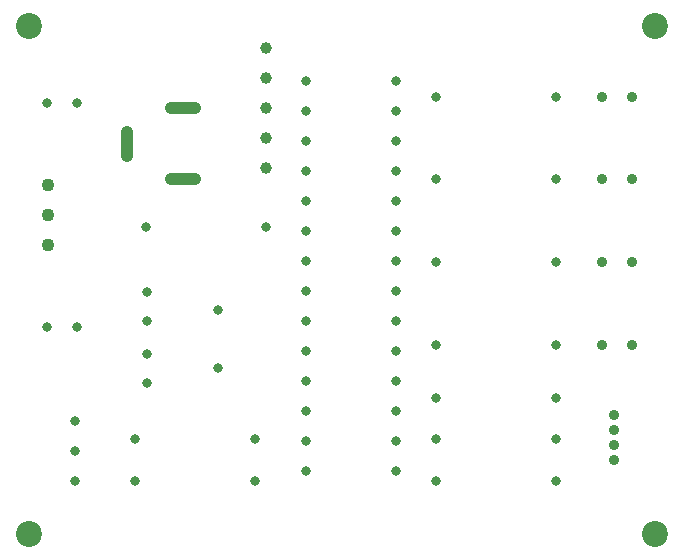
<source format=gbr>
%TF.GenerationSoftware,KiCad,Pcbnew,8.0.1*%
%TF.CreationDate,2024-05-04T21:14:04+05:30*%
%TF.ProjectId,avr-ir-remote-led-lamp,6176722d-6972-42d7-9265-6d6f74652d6c,rev?*%
%TF.SameCoordinates,Original*%
%TF.FileFunction,Plated,1,2,PTH,Mixed*%
%TF.FilePolarity,Positive*%
%FSLAX46Y46*%
G04 Gerber Fmt 4.6, Leading zero omitted, Abs format (unit mm)*
G04 Created by KiCad (PCBNEW 8.0.1) date 2024-05-04 21:14:04*
%MOMM*%
%LPD*%
G01*
G04 APERTURE LIST*
%TA.AperFunction,ComponentDrill*%
%ADD10C,0.800000*%
%TD*%
%TA.AperFunction,ComponentDrill*%
%ADD11C,0.900000*%
%TD*%
G04 aperture for slot hole*
%TA.AperFunction,ComponentDrill*%
%ADD12C,1.000000*%
%TD*%
%TA.AperFunction,ComponentDrill*%
%ADD13C,1.000000*%
%TD*%
%TA.AperFunction,ComponentDrill*%
%ADD14C,1.100000*%
%TD*%
%TA.AperFunction,ComponentDrill*%
%ADD15C,2.200000*%
%TD*%
G04 APERTURE END LIST*
D10*
%TO.C,C3*%
X110500000Y-80500000D03*
%TO.C,C1*%
X110500000Y-99500000D03*
%TO.C,IR1*%
X112875000Y-107460000D03*
X112875000Y-110000000D03*
X112875000Y-112540000D03*
%TO.C,C3*%
X113000000Y-80500000D03*
%TO.C,C1*%
X113000000Y-99500000D03*
%TO.C,R9*%
X117920000Y-109000000D03*
%TO.C,R8*%
X117920000Y-112500000D03*
%TO.C,R10*%
X118920000Y-91000000D03*
%TO.C,C4*%
X119000000Y-96500000D03*
X119000000Y-99000000D03*
%TO.C,C2*%
X119000000Y-101750000D03*
X119000000Y-104250000D03*
%TO.C,Y1*%
X125000000Y-98050000D03*
X125000000Y-102950000D03*
%TO.C,R9*%
X128080000Y-109000000D03*
%TO.C,R8*%
X128080000Y-112500000D03*
%TO.C,R10*%
X129080000Y-91000000D03*
%TO.C,U1*%
X132440000Y-78665000D03*
X132440000Y-81205000D03*
X132440000Y-83745000D03*
X132440000Y-86285000D03*
X132440000Y-88825000D03*
X132440000Y-91365000D03*
X132440000Y-93905000D03*
X132440000Y-96445000D03*
X132440000Y-98985000D03*
X132440000Y-101525000D03*
X132440000Y-104065000D03*
X132440000Y-106605000D03*
X132440000Y-109145000D03*
X132440000Y-111685000D03*
X140060000Y-78665000D03*
X140060000Y-81205000D03*
X140060000Y-83745000D03*
X140060000Y-86285000D03*
X140060000Y-88825000D03*
X140060000Y-91365000D03*
X140060000Y-93905000D03*
X140060000Y-96445000D03*
X140060000Y-98985000D03*
X140060000Y-101525000D03*
X140060000Y-104065000D03*
X140060000Y-106605000D03*
X140060000Y-109145000D03*
X140060000Y-111685000D03*
%TO.C,R1*%
X143460000Y-80000000D03*
%TO.C,R2*%
X143460000Y-87000000D03*
%TO.C,R3*%
X143460000Y-94000000D03*
%TO.C,R4*%
X143460000Y-101000000D03*
%TO.C,R7*%
X143460000Y-105500000D03*
%TO.C,R6*%
X143460000Y-109000000D03*
%TO.C,R5*%
X143460000Y-112500000D03*
%TO.C,R1*%
X153620000Y-80000000D03*
%TO.C,R2*%
X153620000Y-87000000D03*
%TO.C,R3*%
X153620000Y-94000000D03*
%TO.C,R4*%
X153620000Y-101000000D03*
%TO.C,R7*%
X153620000Y-105500000D03*
%TO.C,R6*%
X153620000Y-109000000D03*
%TO.C,R5*%
X153620000Y-112500000D03*
D11*
%TO.C,D0*%
X157460000Y-80000000D03*
%TO.C,D1*%
X157460000Y-87000000D03*
%TO.C,D2*%
X157460000Y-94000000D03*
%TO.C,D3*%
X157460000Y-101000000D03*
%TO.C,D5*%
X158500000Y-106960000D03*
X158500000Y-108230000D03*
X158500000Y-109500000D03*
X158500000Y-110770000D03*
%TO.C,D0*%
X160000000Y-80000000D03*
%TO.C,D1*%
X160000000Y-87000000D03*
%TO.C,D2*%
X160000000Y-94000000D03*
%TO.C,D3*%
X160000000Y-101000000D03*
D12*
%TO.C,J1*%
X117300000Y-85000000D02*
X117300000Y-83000000D01*
X121000000Y-81000000D02*
X123000000Y-81000000D01*
X121000000Y-87000000D02*
X123000000Y-87000000D01*
D13*
%TO.C,J2*%
X129000000Y-75880000D03*
X129000000Y-78420000D03*
X129000000Y-80960000D03*
X129000000Y-83500000D03*
X129000000Y-86040000D03*
D14*
%TO.C,U2*%
X110555000Y-87460000D03*
X110555000Y-90000000D03*
X110555000Y-92540000D03*
D15*
%TO.C,REF\u002A\u002A*%
X109000000Y-74000000D03*
X109000000Y-117000000D03*
X162000000Y-74000000D03*
X162000000Y-117000000D03*
M02*

</source>
